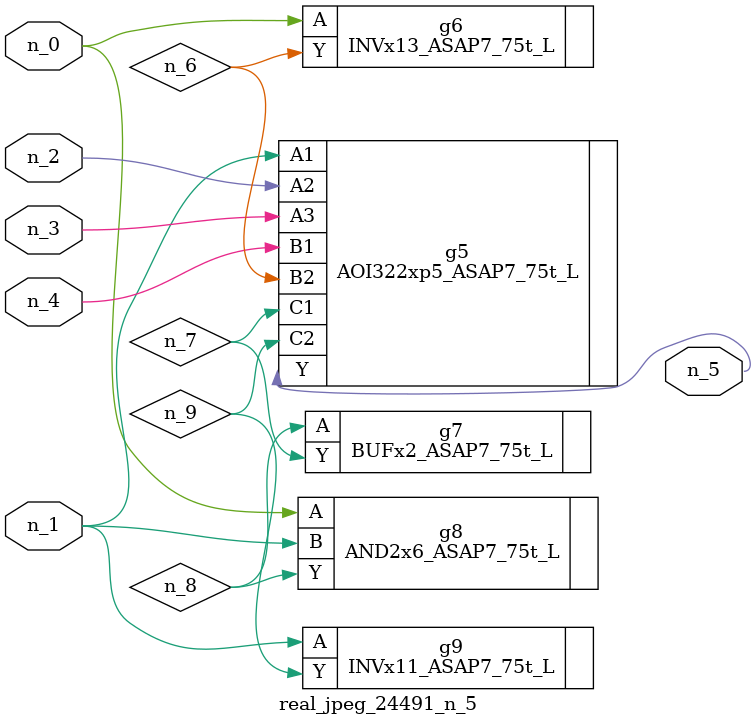
<source format=v>
module real_jpeg_24491_n_5 (n_4, n_0, n_1, n_2, n_3, n_5);

input n_4;
input n_0;
input n_1;
input n_2;
input n_3;

output n_5;

wire n_8;
wire n_6;
wire n_7;
wire n_9;

INVx13_ASAP7_75t_L g6 ( 
.A(n_0),
.Y(n_6)
);

AND2x6_ASAP7_75t_L g8 ( 
.A(n_0),
.B(n_1),
.Y(n_8)
);

AOI322xp5_ASAP7_75t_L g5 ( 
.A1(n_1),
.A2(n_2),
.A3(n_3),
.B1(n_4),
.B2(n_6),
.C1(n_7),
.C2(n_9),
.Y(n_5)
);

INVx11_ASAP7_75t_L g9 ( 
.A(n_1),
.Y(n_9)
);

BUFx2_ASAP7_75t_L g7 ( 
.A(n_8),
.Y(n_7)
);


endmodule
</source>
